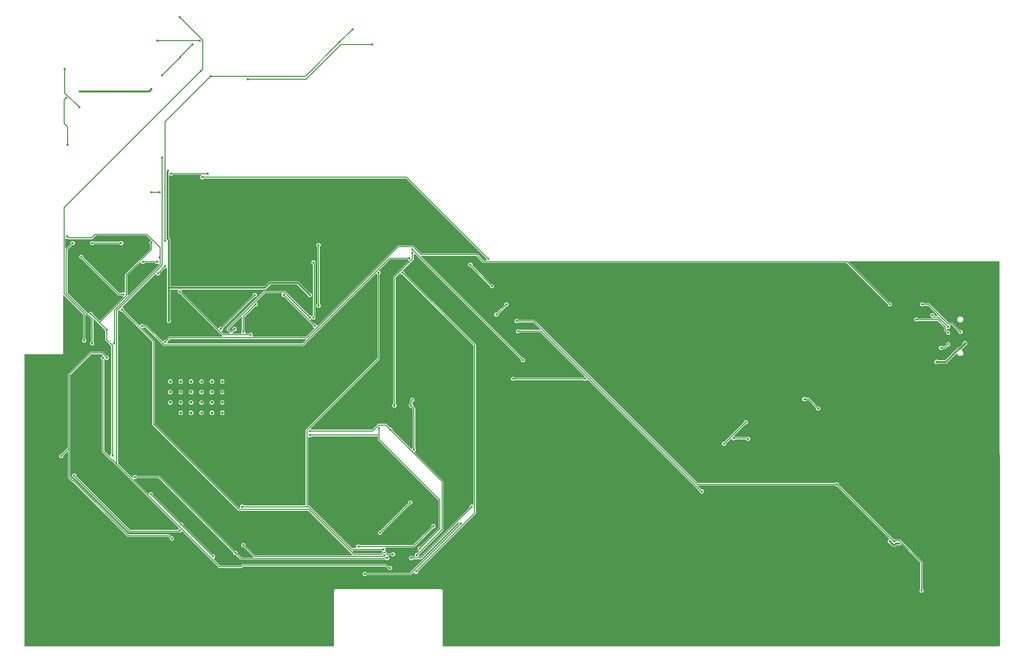
<source format=gbr>
G04 EAGLE Gerber RS-274X export*
G75*
%MOMM*%
%FSLAX34Y34*%
%LPD*%
%INBottom Copper*%
%IPPOS*%
%AMOC8*
5,1,8,0,0,1.08239X$1,22.5*%
G01*
G04 Define Apertures*
%ADD10C,0.502400*%
%ADD11C,0.300000*%
%ADD12C,0.150000*%
%ADD13C,0.452400*%
G36*
X487331Y112080D02*
X487034Y112020D01*
X477402Y112020D01*
X477116Y112076D01*
X476864Y112243D01*
X473840Y115267D01*
X473682Y115498D01*
X473617Y115794D01*
X473672Y116092D01*
X473840Y116345D01*
X476032Y118537D01*
X476032Y120360D01*
X476088Y120646D01*
X476255Y120898D01*
X530352Y174995D01*
X530593Y175158D01*
X530890Y175218D01*
X532713Y175218D01*
X534782Y177287D01*
X534782Y180213D01*
X532713Y182282D01*
X529787Y182282D01*
X527718Y180213D01*
X527718Y178390D01*
X527662Y178104D01*
X527495Y177852D01*
X473398Y123755D01*
X473157Y123592D01*
X472860Y123532D01*
X471037Y123532D01*
X468845Y121340D01*
X468614Y121182D01*
X468318Y121117D01*
X468020Y121172D01*
X467767Y121340D01*
X405005Y184102D01*
X404842Y184343D01*
X404782Y184640D01*
X404782Y186463D01*
X404066Y187179D01*
X403913Y187399D01*
X403843Y187694D01*
X403894Y187993D01*
X404057Y188248D01*
X404307Y188420D01*
X404605Y188480D01*
X549897Y188480D01*
X558424Y197007D01*
X558666Y197170D01*
X558963Y197230D01*
X603537Y197230D01*
X603823Y197174D01*
X604076Y197007D01*
X622495Y178588D01*
X622658Y178346D01*
X622718Y178049D01*
X622718Y177287D01*
X624787Y175218D01*
X627713Y175218D01*
X629782Y177287D01*
X629782Y180213D01*
X627713Y182282D01*
X626951Y182282D01*
X626665Y182338D01*
X626412Y182505D01*
X606147Y202770D01*
X556353Y202770D01*
X547826Y194243D01*
X547584Y194080D01*
X547287Y194020D01*
X386032Y194020D01*
X385757Y194071D01*
X385502Y194235D01*
X385330Y194485D01*
X385270Y194782D01*
X385270Y274897D01*
X382993Y277174D01*
X382830Y277416D01*
X382770Y277713D01*
X382770Y385395D01*
X382817Y385659D01*
X382976Y385917D01*
X383224Y386092D01*
X383520Y386157D01*
X383818Y386102D01*
X384071Y385934D01*
X384787Y385218D01*
X387713Y385218D01*
X389002Y386507D01*
X389243Y386670D01*
X389541Y386730D01*
X437395Y386730D01*
X437659Y386683D01*
X437917Y386524D01*
X438092Y386276D01*
X438157Y385980D01*
X438102Y385682D01*
X437934Y385429D01*
X436468Y383963D01*
X436468Y381037D01*
X438537Y378968D01*
X441463Y378968D01*
X442752Y380257D01*
X442993Y380420D01*
X443291Y380480D01*
X792598Y380480D01*
X792884Y380424D01*
X793136Y380257D01*
X931245Y242148D01*
X931408Y241907D01*
X931468Y241610D01*
X931468Y239787D01*
X931684Y239571D01*
X931837Y239351D01*
X931907Y239056D01*
X931856Y238757D01*
X931693Y238502D01*
X931443Y238330D01*
X931145Y238270D01*
X927402Y238270D01*
X927116Y238326D01*
X926864Y238493D01*
X920993Y244364D01*
X920830Y244605D01*
X920770Y244902D01*
X920770Y245837D01*
X915837Y250770D01*
X819902Y250770D01*
X819616Y250826D01*
X819364Y250993D01*
X805837Y264520D01*
X777913Y264520D01*
X639733Y126340D01*
X639503Y126182D01*
X639206Y126117D01*
X638908Y126172D01*
X638655Y126340D01*
X636463Y128532D01*
X634640Y128532D01*
X634354Y128588D01*
X634102Y128755D01*
X627590Y135267D01*
X627432Y135498D01*
X627367Y135794D01*
X627422Y136092D01*
X627590Y136345D01*
X628836Y137591D01*
X629067Y137749D01*
X629363Y137814D01*
X629661Y137759D01*
X629914Y137591D01*
X631037Y136468D01*
X633963Y136468D01*
X636032Y138537D01*
X636032Y141463D01*
X635993Y141502D01*
X635830Y141743D01*
X635770Y142041D01*
X635770Y232959D01*
X635826Y233245D01*
X635993Y233498D01*
X636032Y233537D01*
X636032Y236463D01*
X633963Y238532D01*
X631037Y238532D01*
X628968Y236463D01*
X628968Y233537D01*
X631053Y231452D01*
X631243Y231417D01*
X631498Y231253D01*
X631670Y231003D01*
X631730Y230706D01*
X631730Y144294D01*
X631679Y144019D01*
X631515Y143764D01*
X631265Y143592D01*
X631055Y143550D01*
X629914Y142409D01*
X629683Y142251D01*
X629387Y142186D01*
X629089Y142241D01*
X628836Y142409D01*
X627713Y143532D01*
X625890Y143532D01*
X625604Y143588D01*
X625352Y143755D01*
X583337Y185770D01*
X546663Y185770D01*
X482980Y122087D01*
X482980Y117913D01*
X487572Y113321D01*
X487725Y113101D01*
X487795Y112806D01*
X487744Y112507D01*
X487581Y112252D01*
X487331Y112080D01*
G37*
%LPC*%
G36*
X639787Y156468D02*
X642713Y156468D01*
X644782Y158537D01*
X644782Y161463D01*
X643493Y162752D01*
X643330Y162993D01*
X643270Y163291D01*
X643270Y261709D01*
X643326Y261995D01*
X643493Y262248D01*
X644782Y263537D01*
X644782Y266463D01*
X642713Y268532D01*
X639787Y268532D01*
X637718Y266463D01*
X637718Y263537D01*
X639007Y262248D01*
X639170Y262007D01*
X639230Y261709D01*
X639230Y163291D01*
X639174Y163005D01*
X639007Y162752D01*
X637718Y161463D01*
X637718Y158537D01*
X639787Y156468D01*
G37*
%LPD*%
G36*
X262808Y134488D02*
X262512Y134422D01*
X262214Y134478D01*
X261961Y134646D01*
X251255Y145352D01*
X251092Y145593D01*
X251032Y145890D01*
X251032Y147713D01*
X248963Y149782D01*
X246037Y149782D01*
X243845Y147590D01*
X243614Y147432D01*
X243318Y147367D01*
X243020Y147422D01*
X242767Y147590D01*
X207243Y183114D01*
X207080Y183355D01*
X207020Y183652D01*
X207020Y256348D01*
X207076Y256634D01*
X207243Y256886D01*
X215352Y264995D01*
X215593Y265158D01*
X215890Y265218D01*
X217713Y265218D01*
X219782Y267287D01*
X219782Y270213D01*
X217713Y272282D01*
X214787Y272282D01*
X212718Y270213D01*
X212718Y268390D01*
X212662Y268104D01*
X212495Y267852D01*
X204571Y259928D01*
X204351Y259775D01*
X204056Y259705D01*
X203757Y259756D01*
X203502Y259919D01*
X203330Y260169D01*
X203270Y260466D01*
X203270Y276145D01*
X203317Y276409D01*
X203476Y276667D01*
X203724Y276842D01*
X204020Y276907D01*
X204318Y276852D01*
X204571Y276684D01*
X204787Y276468D01*
X206610Y276468D01*
X206896Y276412D01*
X207148Y276245D01*
X207913Y275480D01*
X249587Y275480D01*
X255614Y281507D01*
X255855Y281670D01*
X256152Y281730D01*
X343848Y281730D01*
X344134Y281674D01*
X344386Y281507D01*
X351160Y274733D01*
X351318Y274503D01*
X351383Y274206D01*
X351328Y273908D01*
X351160Y273655D01*
X348968Y271463D01*
X348968Y268537D01*
X350257Y267248D01*
X350420Y267007D01*
X350480Y266709D01*
X350480Y258652D01*
X350424Y258366D01*
X350257Y258114D01*
X306730Y214587D01*
X306730Y183855D01*
X306683Y183591D01*
X306524Y183333D01*
X306276Y183158D01*
X305980Y183093D01*
X305682Y183148D01*
X305429Y183316D01*
X305213Y183532D01*
X302287Y183532D01*
X300998Y182243D01*
X300757Y182080D01*
X300459Y182020D01*
X297402Y182020D01*
X297116Y182076D01*
X296864Y182243D01*
X235005Y244102D01*
X234842Y244343D01*
X234782Y244640D01*
X234782Y246463D01*
X232713Y248532D01*
X229787Y248532D01*
X227718Y246463D01*
X227718Y243537D01*
X229787Y241468D01*
X231610Y241468D01*
X231896Y241412D01*
X232148Y241245D01*
X295413Y177980D01*
X300459Y177980D01*
X300745Y177924D01*
X300998Y177757D01*
X302287Y176468D01*
X303022Y176468D01*
X303285Y176421D01*
X303543Y176262D01*
X303718Y176014D01*
X303784Y175718D01*
X303728Y175420D01*
X303560Y175167D01*
X263039Y134646D01*
X262808Y134488D01*
G37*
%LPC*%
G36*
X248537Y265218D02*
X251463Y265218D01*
X252752Y266507D01*
X252993Y266670D01*
X253291Y266730D01*
X296709Y266730D01*
X296995Y266674D01*
X297248Y266507D01*
X298537Y265218D01*
X301463Y265218D01*
X303532Y267287D01*
X303532Y270213D01*
X301463Y272282D01*
X298537Y272282D01*
X297248Y270993D01*
X297007Y270830D01*
X296709Y270770D01*
X253291Y270770D01*
X253005Y270826D01*
X252752Y270993D01*
X251463Y272282D01*
X248537Y272282D01*
X246468Y270213D01*
X246468Y267287D01*
X248537Y265218D01*
G37*
%LPD*%
G36*
X667773Y-428894D02*
X667476Y-428954D01*
X133524Y-428954D01*
X133249Y-428903D01*
X132994Y-428739D01*
X132822Y-428489D01*
X132762Y-428192D01*
X132762Y75476D01*
X132813Y75751D01*
X132977Y76006D01*
X133227Y76178D01*
X133524Y76238D01*
X198144Y76238D01*
X199762Y77856D01*
X199762Y178042D01*
X199809Y178305D01*
X199968Y178563D01*
X200216Y178738D01*
X200512Y178804D01*
X200810Y178748D01*
X201063Y178580D01*
X234007Y145636D01*
X234170Y145395D01*
X234230Y145098D01*
X234230Y103291D01*
X234174Y103005D01*
X234007Y102752D01*
X232718Y101463D01*
X232718Y98537D01*
X234787Y96468D01*
X237713Y96468D01*
X239782Y98537D01*
X239782Y101463D01*
X238493Y102752D01*
X238330Y102993D01*
X238270Y103291D01*
X238270Y144534D01*
X238317Y144797D01*
X238476Y145055D01*
X238724Y145230D01*
X239020Y145296D01*
X239318Y145240D01*
X239571Y145072D01*
X247757Y136886D01*
X247920Y136645D01*
X247980Y136348D01*
X247980Y98291D01*
X247924Y98005D01*
X247757Y97752D01*
X246468Y96463D01*
X246468Y93537D01*
X248537Y91468D01*
X251463Y91468D01*
X253532Y93537D01*
X253532Y96463D01*
X252243Y97752D01*
X252080Y97993D01*
X252020Y98291D01*
X252020Y137034D01*
X252067Y137297D01*
X252226Y137555D01*
X252474Y137730D01*
X252770Y137796D01*
X253068Y137740D01*
X253321Y137572D01*
X271245Y119648D01*
X271408Y119407D01*
X271468Y119110D01*
X271468Y117287D01*
X272757Y115998D01*
X272920Y115757D01*
X272980Y115459D01*
X272980Y100413D01*
X282757Y90636D01*
X282920Y90395D01*
X282980Y90098D01*
X282980Y-95459D01*
X282924Y-95745D01*
X282757Y-95998D01*
X281468Y-97287D01*
X281468Y-99272D01*
X281421Y-99535D01*
X281262Y-99793D01*
X281014Y-99968D01*
X280718Y-100034D01*
X280420Y-99978D01*
X280167Y-99810D01*
X270993Y-90636D01*
X270830Y-90395D01*
X270770Y-90098D01*
X270770Y66709D01*
X270826Y66995D01*
X270993Y67248D01*
X271336Y67591D01*
X271567Y67749D01*
X271863Y67814D01*
X272161Y67759D01*
X272414Y67591D01*
X273537Y66468D01*
X276463Y66468D01*
X278532Y68537D01*
X278532Y71463D01*
X276463Y73532D01*
X275890Y73532D01*
X275604Y73588D01*
X275352Y73755D01*
X268337Y80770D01*
X246663Y80770D01*
X207980Y42087D01*
X207980Y-85098D01*
X207924Y-85384D01*
X207757Y-85636D01*
X197148Y-96245D01*
X196907Y-96408D01*
X196610Y-96468D01*
X194787Y-96468D01*
X192718Y-98537D01*
X192718Y-101463D01*
X194787Y-103532D01*
X197713Y-103532D01*
X199782Y-101463D01*
X199782Y-99640D01*
X199838Y-99354D01*
X200005Y-99102D01*
X206679Y-92428D01*
X206899Y-92275D01*
X207194Y-92205D01*
X207493Y-92256D01*
X207748Y-92419D01*
X207920Y-92669D01*
X207980Y-92966D01*
X207980Y-137087D01*
X215413Y-144520D01*
X216348Y-144520D01*
X216634Y-144576D01*
X216886Y-144743D01*
X311663Y-239520D01*
X381348Y-239520D01*
X381634Y-239576D01*
X381886Y-239743D01*
X383745Y-241602D01*
X383908Y-241843D01*
X383968Y-242140D01*
X383968Y-243963D01*
X386037Y-246032D01*
X388963Y-246032D01*
X391032Y-243963D01*
X391032Y-241037D01*
X388963Y-238968D01*
X387140Y-238968D01*
X386854Y-238912D01*
X386602Y-238745D01*
X383337Y-235480D01*
X313652Y-235480D01*
X313366Y-235424D01*
X313114Y-235257D01*
X218337Y-140480D01*
X217402Y-140480D01*
X217116Y-140424D01*
X216864Y-140257D01*
X212243Y-135636D01*
X212080Y-135395D01*
X212020Y-135098D01*
X212020Y40098D01*
X212076Y40384D01*
X212243Y40636D01*
X248114Y76507D01*
X248355Y76670D01*
X248652Y76730D01*
X266348Y76730D01*
X266634Y76674D01*
X266886Y76507D01*
X268560Y74833D01*
X268713Y74613D01*
X268783Y74318D01*
X268732Y74019D01*
X268569Y73764D01*
X268319Y73592D01*
X268022Y73532D01*
X267287Y73532D01*
X265218Y71463D01*
X265218Y68537D01*
X266507Y67248D01*
X266670Y67007D01*
X266730Y66709D01*
X266730Y-92087D01*
X282913Y-108270D01*
X283848Y-108270D01*
X284134Y-108326D01*
X284386Y-108493D01*
X399910Y-224017D01*
X400068Y-224248D01*
X400133Y-224544D01*
X400078Y-224842D01*
X399910Y-225095D01*
X397702Y-227303D01*
X397667Y-227493D01*
X397503Y-227748D01*
X397253Y-227920D01*
X396956Y-227980D01*
X316152Y-227980D01*
X315866Y-227924D01*
X315614Y-227757D01*
X222505Y-134648D01*
X222342Y-134407D01*
X222282Y-134110D01*
X222282Y-132287D01*
X220213Y-130218D01*
X217287Y-130218D01*
X215218Y-132287D01*
X215218Y-135213D01*
X217287Y-137282D01*
X219110Y-137282D01*
X219396Y-137338D01*
X219648Y-137505D01*
X314163Y-232020D01*
X399209Y-232020D01*
X399495Y-232076D01*
X399748Y-232243D01*
X399787Y-232282D01*
X402713Y-232282D01*
X404905Y-230090D01*
X405136Y-229932D01*
X405432Y-229867D01*
X405730Y-229922D01*
X405983Y-230090D01*
X469163Y-293270D01*
X508337Y-293270D01*
X510614Y-290993D01*
X510855Y-290830D01*
X511152Y-290770D01*
X756348Y-290770D01*
X756634Y-290826D01*
X756886Y-290993D01*
X761663Y-295770D01*
X761709Y-295770D01*
X761995Y-295826D01*
X762248Y-295993D01*
X763537Y-297282D01*
X766463Y-297282D01*
X768532Y-295213D01*
X768532Y-292287D01*
X766463Y-290218D01*
X763537Y-290218D01*
X763220Y-290535D01*
X762989Y-290693D01*
X762693Y-290758D01*
X762395Y-290703D01*
X762142Y-290535D01*
X758337Y-286730D01*
X509163Y-286730D01*
X506886Y-289007D01*
X506645Y-289170D01*
X506348Y-289230D01*
X471152Y-289230D01*
X470866Y-289174D01*
X470614Y-289007D01*
X460090Y-278483D01*
X459932Y-278253D01*
X459867Y-277956D01*
X459922Y-277658D01*
X460090Y-277405D01*
X462282Y-275213D01*
X462282Y-272287D01*
X460213Y-270218D01*
X458390Y-270218D01*
X458104Y-270162D01*
X457852Y-269995D01*
X407505Y-219648D01*
X407342Y-219407D01*
X407282Y-219110D01*
X407282Y-217287D01*
X405213Y-215218D01*
X403390Y-215218D01*
X403104Y-215162D01*
X402852Y-214995D01*
X355005Y-167148D01*
X354842Y-166907D01*
X354782Y-166610D01*
X354782Y-164787D01*
X352713Y-162718D01*
X349787Y-162718D01*
X347595Y-164910D01*
X347364Y-165068D01*
X347068Y-165133D01*
X346770Y-165078D01*
X346517Y-164910D01*
X322690Y-141083D01*
X322537Y-140863D01*
X322467Y-140568D01*
X322518Y-140269D01*
X322681Y-140014D01*
X322931Y-139842D01*
X323228Y-139782D01*
X325213Y-139782D01*
X326502Y-138493D01*
X326743Y-138330D01*
X327041Y-138270D01*
X365098Y-138270D01*
X365384Y-138326D01*
X365636Y-138493D01*
X493745Y-266602D01*
X493908Y-266843D01*
X493968Y-267140D01*
X493968Y-268963D01*
X496037Y-271032D01*
X497860Y-271032D01*
X498146Y-271088D01*
X498398Y-271255D01*
X506663Y-279520D01*
X754587Y-279520D01*
X755614Y-278493D01*
X755855Y-278330D01*
X756152Y-278270D01*
X756709Y-278270D01*
X756995Y-278326D01*
X757248Y-278493D01*
X758537Y-279782D01*
X761463Y-279782D01*
X763532Y-277713D01*
X763532Y-274787D01*
X762066Y-273321D01*
X761913Y-273101D01*
X761843Y-272806D01*
X761894Y-272507D01*
X762057Y-272252D01*
X762307Y-272080D01*
X762605Y-272020D01*
X766709Y-272020D01*
X766995Y-272076D01*
X767248Y-272243D01*
X768537Y-273532D01*
X771463Y-273532D01*
X773532Y-271463D01*
X773532Y-268537D01*
X771463Y-266468D01*
X768537Y-266468D01*
X767248Y-267757D01*
X767007Y-267920D01*
X766709Y-267980D01*
X761152Y-267980D01*
X760866Y-267924D01*
X760614Y-267757D01*
X756965Y-264108D01*
X756807Y-263878D01*
X756742Y-263581D01*
X756797Y-263283D01*
X756965Y-263030D01*
X757282Y-262713D01*
X757282Y-259787D01*
X757066Y-259571D01*
X756913Y-259351D01*
X756843Y-259056D01*
X756894Y-258757D01*
X757057Y-258502D01*
X757307Y-258330D01*
X757605Y-258270D01*
X805837Y-258270D01*
X839102Y-225005D01*
X839343Y-224842D01*
X839640Y-224782D01*
X841463Y-224782D01*
X843532Y-222713D01*
X843532Y-219787D01*
X841463Y-217718D01*
X838537Y-217718D01*
X836468Y-219787D01*
X836468Y-221610D01*
X836412Y-221896D01*
X836245Y-222148D01*
X804386Y-254007D01*
X804145Y-254170D01*
X803848Y-254230D01*
X713291Y-254230D01*
X713005Y-254174D01*
X712752Y-254007D01*
X711463Y-252718D01*
X708537Y-252718D01*
X706468Y-254787D01*
X706468Y-257713D01*
X706684Y-257929D01*
X706837Y-258149D01*
X706907Y-258444D01*
X706856Y-258743D01*
X706693Y-258998D01*
X706443Y-259170D01*
X706145Y-259230D01*
X699902Y-259230D01*
X699616Y-259174D01*
X699364Y-259007D01*
X625837Y-185480D01*
X624032Y-185480D01*
X623757Y-185429D01*
X623502Y-185265D01*
X623330Y-185015D01*
X623270Y-184718D01*
X623270Y-67605D01*
X623317Y-67341D01*
X623476Y-67083D01*
X623724Y-66908D01*
X624020Y-66843D01*
X624318Y-66898D01*
X624571Y-67066D01*
X624787Y-67282D01*
X627713Y-67282D01*
X629002Y-65993D01*
X629243Y-65830D01*
X629541Y-65770D01*
X743468Y-65770D01*
X743743Y-65821D01*
X743998Y-65985D01*
X744170Y-66235D01*
X744230Y-66532D01*
X744230Y-72087D01*
X849007Y-176864D01*
X849170Y-177105D01*
X849230Y-177402D01*
X849230Y-223848D01*
X849174Y-224134D01*
X849007Y-224386D01*
X817148Y-256245D01*
X816907Y-256408D01*
X816610Y-256468D01*
X814787Y-256468D01*
X812718Y-258537D01*
X812718Y-261463D01*
X814910Y-263655D01*
X815068Y-263886D01*
X815133Y-264182D01*
X815078Y-264480D01*
X814910Y-264733D01*
X812148Y-267495D01*
X811907Y-267658D01*
X811610Y-267718D01*
X809787Y-267718D01*
X807718Y-269787D01*
X807718Y-272713D01*
X807934Y-272929D01*
X808087Y-273149D01*
X808157Y-273444D01*
X808106Y-273743D01*
X807943Y-273998D01*
X807693Y-274170D01*
X807395Y-274230D01*
X804541Y-274230D01*
X804255Y-274174D01*
X804002Y-274007D01*
X802713Y-272718D01*
X799787Y-272718D01*
X797718Y-274787D01*
X797718Y-277713D01*
X799787Y-279782D01*
X802713Y-279782D01*
X804002Y-278493D01*
X804243Y-278330D01*
X804541Y-278270D01*
X818337Y-278270D01*
X882667Y-213940D01*
X882887Y-213787D01*
X883182Y-213717D01*
X883481Y-213768D01*
X883736Y-213931D01*
X883908Y-214181D01*
X883968Y-214478D01*
X883968Y-216610D01*
X883912Y-216896D01*
X883745Y-217148D01*
X799386Y-301507D01*
X799145Y-301670D01*
X798848Y-301730D01*
X724541Y-301730D01*
X724255Y-301674D01*
X724002Y-301507D01*
X722713Y-300218D01*
X719787Y-300218D01*
X717718Y-302287D01*
X717718Y-305213D01*
X719787Y-307282D01*
X722713Y-307282D01*
X724002Y-305993D01*
X724243Y-305830D01*
X724541Y-305770D01*
X800837Y-305770D01*
X805267Y-301340D01*
X805498Y-301182D01*
X805794Y-301117D01*
X806092Y-301172D01*
X806345Y-301340D01*
X808537Y-303532D01*
X811463Y-303532D01*
X813532Y-301463D01*
X813532Y-299640D01*
X813588Y-299354D01*
X813755Y-299102D01*
X913270Y-199587D01*
X913270Y93337D01*
X790005Y216602D01*
X789842Y216843D01*
X789782Y217140D01*
X789782Y218963D01*
X787590Y221155D01*
X787432Y221386D01*
X787367Y221682D01*
X787422Y221980D01*
X787590Y222233D01*
X805770Y240413D01*
X805770Y247959D01*
X805826Y248245D01*
X805993Y248498D01*
X807405Y249910D01*
X807636Y250068D01*
X807932Y250133D01*
X808230Y250078D01*
X808483Y249910D01*
X991245Y67148D01*
X991408Y66907D01*
X991468Y66610D01*
X991468Y64787D01*
X993537Y62718D01*
X996463Y62718D01*
X998532Y64787D01*
X998532Y67713D01*
X996463Y69782D01*
X994640Y69782D01*
X994354Y69838D01*
X994102Y70005D01*
X818678Y245429D01*
X818525Y245649D01*
X818455Y245944D01*
X818506Y246243D01*
X818669Y246498D01*
X818919Y246670D01*
X819216Y246730D01*
X913848Y246730D01*
X914134Y246674D01*
X914386Y246507D01*
X916507Y244386D01*
X916670Y244145D01*
X916730Y243848D01*
X916730Y242913D01*
X925413Y234230D01*
X1553848Y234230D01*
X1554134Y234174D01*
X1554386Y234007D01*
X1624995Y163398D01*
X1625158Y163157D01*
X1625218Y162860D01*
X1625218Y161037D01*
X1627287Y158968D01*
X1630213Y158968D01*
X1632282Y161037D01*
X1632282Y163963D01*
X1630213Y166032D01*
X1628390Y166032D01*
X1628104Y166088D01*
X1627852Y166255D01*
X1558170Y235937D01*
X1558017Y236157D01*
X1557947Y236452D01*
X1557998Y236751D01*
X1558161Y237006D01*
X1558411Y237178D01*
X1558708Y237238D01*
X1817476Y237238D01*
X1817751Y237187D01*
X1818006Y237023D01*
X1818178Y236773D01*
X1818238Y236476D01*
X1818238Y-96144D01*
X1819015Y-96921D01*
X1819178Y-97162D01*
X1819238Y-97460D01*
X1819238Y-428192D01*
X1819187Y-428467D01*
X1819023Y-428722D01*
X1818773Y-428894D01*
X1818476Y-428954D01*
X856524Y-428954D01*
X856249Y-428903D01*
X855994Y-428739D01*
X855822Y-428489D01*
X855762Y-428192D01*
X855762Y-331856D01*
X854144Y-330238D01*
X669856Y-330238D01*
X668238Y-331856D01*
X668238Y-428192D01*
X668187Y-428467D01*
X668023Y-428722D01*
X667773Y-428894D01*
G37*
%LPC*%
G36*
X939787Y190218D02*
X942713Y190218D01*
X944782Y192287D01*
X944782Y195213D01*
X942713Y197282D01*
X940890Y197282D01*
X940604Y197338D01*
X940352Y197505D01*
X907505Y230352D01*
X907342Y230593D01*
X907282Y230890D01*
X907282Y232713D01*
X905213Y234782D01*
X902287Y234782D01*
X900218Y232713D01*
X900218Y229787D01*
X902287Y227718D01*
X904110Y227718D01*
X904396Y227662D01*
X904648Y227495D01*
X937495Y194648D01*
X937658Y194407D01*
X937718Y194110D01*
X937718Y192287D01*
X939787Y190218D01*
G37*
G36*
X1728537Y110218D02*
X1731463Y110218D01*
X1733532Y112287D01*
X1733532Y115213D01*
X1731463Y117282D01*
X1729640Y117282D01*
X1729354Y117338D01*
X1729102Y117505D01*
X1727690Y118917D01*
X1727537Y119137D01*
X1727467Y119432D01*
X1727518Y119731D01*
X1727681Y119986D01*
X1727931Y120158D01*
X1728228Y120218D01*
X1731463Y120218D01*
X1733532Y122287D01*
X1733532Y125213D01*
X1733316Y125429D01*
X1733163Y125649D01*
X1733093Y125944D01*
X1733144Y126243D01*
X1733307Y126498D01*
X1733557Y126670D01*
X1733855Y126730D01*
X1736348Y126730D01*
X1736634Y126674D01*
X1736886Y126507D01*
X1747495Y115898D01*
X1747658Y115657D01*
X1747718Y115360D01*
X1747718Y113537D01*
X1749787Y111468D01*
X1752713Y111468D01*
X1754782Y113537D01*
X1754782Y116463D01*
X1752713Y118532D01*
X1750890Y118532D01*
X1750604Y118588D01*
X1750352Y118755D01*
X1738337Y130770D01*
X1731152Y130770D01*
X1730866Y130826D01*
X1730614Y130993D01*
X1697087Y164520D01*
X1688291Y164520D01*
X1688005Y164576D01*
X1687752Y164743D01*
X1686463Y166032D01*
X1683537Y166032D01*
X1681468Y163963D01*
X1681468Y161037D01*
X1683537Y158968D01*
X1686463Y158968D01*
X1687752Y160257D01*
X1687993Y160420D01*
X1688291Y160480D01*
X1695098Y160480D01*
X1695384Y160424D01*
X1695636Y160257D01*
X1712572Y143321D01*
X1712725Y143101D01*
X1712795Y142806D01*
X1712744Y142507D01*
X1712581Y142252D01*
X1712331Y142080D01*
X1712034Y142020D01*
X1707402Y142020D01*
X1707116Y142076D01*
X1706864Y142243D01*
X1706255Y142852D01*
X1706092Y143093D01*
X1706032Y143390D01*
X1706032Y145213D01*
X1703963Y147282D01*
X1701037Y147282D01*
X1698968Y145213D01*
X1698968Y142287D01*
X1701037Y140218D01*
X1702860Y140218D01*
X1703146Y140162D01*
X1703398Y139995D01*
X1703822Y139571D01*
X1703975Y139351D01*
X1704045Y139056D01*
X1703994Y138757D01*
X1703831Y138502D01*
X1703581Y138330D01*
X1703284Y138270D01*
X1678291Y138270D01*
X1678005Y138326D01*
X1677752Y138493D01*
X1676463Y139782D01*
X1673537Y139782D01*
X1671468Y137713D01*
X1671468Y134787D01*
X1673537Y132718D01*
X1676463Y132718D01*
X1677752Y134007D01*
X1677993Y134170D01*
X1678291Y134230D01*
X1711348Y134230D01*
X1711634Y134174D01*
X1711886Y134007D01*
X1722757Y123136D01*
X1722920Y122895D01*
X1722980Y122598D01*
X1722980Y117913D01*
X1726245Y114648D01*
X1726408Y114407D01*
X1726468Y114110D01*
X1726468Y112287D01*
X1728537Y110218D01*
G37*
G36*
X947287Y141468D02*
X950213Y141468D01*
X952282Y143537D01*
X952282Y145360D01*
X952338Y145646D01*
X952505Y145898D01*
X965352Y158745D01*
X965593Y158908D01*
X965890Y158968D01*
X967713Y158968D01*
X969782Y161037D01*
X969782Y163963D01*
X967713Y166032D01*
X964787Y166032D01*
X962718Y163963D01*
X962718Y162140D01*
X962662Y161854D01*
X962495Y161602D01*
X949648Y148755D01*
X949407Y148592D01*
X949110Y148532D01*
X947287Y148532D01*
X945218Y146463D01*
X945218Y143537D01*
X947287Y141468D01*
G37*
G36*
X1748695Y131250D02*
X1753045Y131250D01*
X1756120Y134325D01*
X1756120Y138675D01*
X1753045Y141750D01*
X1748695Y141750D01*
X1745620Y138675D01*
X1745620Y134325D01*
X1748695Y131250D01*
G37*
G36*
X1682287Y-336032D02*
X1685213Y-336032D01*
X1687282Y-333963D01*
X1687282Y-331037D01*
X1685993Y-329748D01*
X1685830Y-329507D01*
X1685770Y-329209D01*
X1685770Y-282913D01*
X1647087Y-244230D01*
X1638291Y-244230D01*
X1638005Y-244174D01*
X1637752Y-244007D01*
X1637713Y-243968D01*
X1635890Y-243968D01*
X1635604Y-243912D01*
X1635352Y-243745D01*
X1541255Y-149648D01*
X1541092Y-149407D01*
X1541032Y-149110D01*
X1541032Y-147287D01*
X1538963Y-145218D01*
X1536037Y-145218D01*
X1534748Y-146507D01*
X1534507Y-146670D01*
X1534209Y-146730D01*
X1297402Y-146730D01*
X1297116Y-146674D01*
X1296864Y-146507D01*
X1014587Y135770D01*
X987041Y135770D01*
X986755Y135826D01*
X986502Y135993D01*
X985213Y137282D01*
X982287Y137282D01*
X980218Y135213D01*
X980218Y132287D01*
X982287Y130218D01*
X985213Y130218D01*
X986502Y131507D01*
X986743Y131670D01*
X987041Y131730D01*
X1012598Y131730D01*
X1012884Y131674D01*
X1013136Y131507D01*
X1025072Y119571D01*
X1025225Y119351D01*
X1025295Y119056D01*
X1025244Y118757D01*
X1025081Y118502D01*
X1024831Y118330D01*
X1024534Y118270D01*
X989541Y118270D01*
X989255Y118326D01*
X989002Y118493D01*
X987713Y119782D01*
X984787Y119782D01*
X982718Y117713D01*
X982718Y114787D01*
X984787Y112718D01*
X987713Y112718D01*
X989002Y114007D01*
X989243Y114170D01*
X989541Y114230D01*
X1025098Y114230D01*
X1025384Y114174D01*
X1025636Y114007D01*
X1101160Y38483D01*
X1101318Y38253D01*
X1101383Y37956D01*
X1101328Y37658D01*
X1101160Y37405D01*
X1099748Y35993D01*
X1099507Y35830D01*
X1099209Y35770D01*
X980791Y35770D01*
X980505Y35826D01*
X980252Y35993D01*
X978963Y37282D01*
X976037Y37282D01*
X973968Y35213D01*
X973968Y32287D01*
X976037Y30218D01*
X978963Y30218D01*
X980252Y31507D01*
X980493Y31670D01*
X980791Y31730D01*
X1099209Y31730D01*
X1099495Y31674D01*
X1099748Y31507D01*
X1101037Y30218D01*
X1103963Y30218D01*
X1106155Y32410D01*
X1106386Y32568D01*
X1106682Y32633D01*
X1106980Y32578D01*
X1107233Y32410D01*
X1299995Y-160352D01*
X1300158Y-160593D01*
X1300218Y-160890D01*
X1300218Y-162713D01*
X1302287Y-164782D01*
X1305213Y-164782D01*
X1307282Y-162713D01*
X1307282Y-159787D01*
X1305213Y-157718D01*
X1303390Y-157718D01*
X1303104Y-157662D01*
X1302852Y-157495D01*
X1297428Y-152071D01*
X1297275Y-151851D01*
X1297205Y-151556D01*
X1297256Y-151257D01*
X1297419Y-151002D01*
X1297669Y-150830D01*
X1297966Y-150770D01*
X1534209Y-150770D01*
X1534495Y-150826D01*
X1534748Y-150993D01*
X1536037Y-152282D01*
X1537860Y-152282D01*
X1538146Y-152338D01*
X1538398Y-152505D01*
X1628560Y-242667D01*
X1628713Y-242887D01*
X1628783Y-243182D01*
X1628732Y-243481D01*
X1628569Y-243736D01*
X1628319Y-243908D01*
X1628022Y-243968D01*
X1627287Y-243968D01*
X1625218Y-246037D01*
X1625218Y-248963D01*
X1627287Y-251032D01*
X1628049Y-251032D01*
X1628335Y-251088D01*
X1628588Y-251255D01*
X1633853Y-256520D01*
X1638647Y-256520D01*
X1640924Y-254243D01*
X1641166Y-254080D01*
X1641463Y-254020D01*
X1642459Y-254020D01*
X1642745Y-254076D01*
X1642998Y-254243D01*
X1643537Y-254782D01*
X1646463Y-254782D01*
X1648655Y-252590D01*
X1648886Y-252432D01*
X1649182Y-252367D01*
X1649480Y-252422D01*
X1649733Y-252590D01*
X1681507Y-284364D01*
X1681670Y-284605D01*
X1681730Y-284902D01*
X1681730Y-329209D01*
X1681674Y-329495D01*
X1681507Y-329748D01*
X1680218Y-331037D01*
X1680218Y-333963D01*
X1682287Y-336032D01*
G37*
G36*
X1708433Y59218D02*
X1711567Y59218D01*
X1712355Y60007D01*
X1712597Y60170D01*
X1712894Y60230D01*
X1726771Y60230D01*
X1744319Y77778D01*
X1744539Y77931D01*
X1744834Y78001D01*
X1745133Y77950D01*
X1745388Y77786D01*
X1745560Y77536D01*
X1745620Y77239D01*
X1745620Y76525D01*
X1748695Y73450D01*
X1753045Y73450D01*
X1756120Y76525D01*
X1756120Y80875D01*
X1753495Y83500D01*
X1753337Y83730D01*
X1753272Y84026D01*
X1753327Y84325D01*
X1753495Y84577D01*
X1759912Y90995D01*
X1760154Y91158D01*
X1760451Y91218D01*
X1760567Y91218D01*
X1762782Y93433D01*
X1762782Y96567D01*
X1760567Y98782D01*
X1757433Y98782D01*
X1755218Y96567D01*
X1755218Y94451D01*
X1755162Y94165D01*
X1754995Y93912D01*
X1749526Y88443D01*
X1749284Y88280D01*
X1748987Y88220D01*
X1746927Y88220D01*
X1724700Y65993D01*
X1724458Y65830D01*
X1724161Y65770D01*
X1712894Y65770D01*
X1712608Y65826D01*
X1712355Y65993D01*
X1711567Y66782D01*
X1708433Y66782D01*
X1706218Y64567D01*
X1706218Y61433D01*
X1708433Y59218D01*
G37*
G36*
X1716037Y83968D02*
X1718963Y83968D01*
X1720252Y85257D01*
X1720493Y85420D01*
X1720791Y85480D01*
X1724587Y85480D01*
X1729102Y89995D01*
X1729343Y90158D01*
X1729640Y90218D01*
X1731463Y90218D01*
X1733532Y92287D01*
X1733532Y95213D01*
X1731463Y97282D01*
X1728537Y97282D01*
X1726468Y95213D01*
X1726468Y93390D01*
X1726412Y93104D01*
X1726245Y92852D01*
X1723136Y89743D01*
X1722895Y89580D01*
X1722598Y89520D01*
X1720791Y89520D01*
X1720505Y89576D01*
X1720252Y89743D01*
X1718963Y91032D01*
X1716037Y91032D01*
X1713968Y88963D01*
X1713968Y86037D01*
X1716037Y83968D01*
G37*
G36*
X1503537Y-21032D02*
X1506463Y-21032D01*
X1508532Y-18963D01*
X1508532Y-16037D01*
X1506463Y-13968D01*
X1504640Y-13968D01*
X1504354Y-13912D01*
X1504102Y-13745D01*
X1489587Y770D01*
X1484541Y770D01*
X1484255Y826D01*
X1484002Y993D01*
X1482713Y2282D01*
X1479787Y2282D01*
X1477718Y213D01*
X1477718Y-2713D01*
X1479787Y-4782D01*
X1482713Y-4782D01*
X1484002Y-3493D01*
X1484243Y-3330D01*
X1484541Y-3270D01*
X1487598Y-3270D01*
X1487884Y-3326D01*
X1488136Y-3493D01*
X1501245Y-16602D01*
X1501408Y-16843D01*
X1501468Y-17140D01*
X1501468Y-18963D01*
X1503537Y-21032D01*
G37*
G36*
X1341037Y-82282D02*
X1343963Y-82282D01*
X1346032Y-80213D01*
X1346032Y-78390D01*
X1346088Y-78104D01*
X1346255Y-77852D01*
X1354017Y-70090D01*
X1354248Y-69932D01*
X1354544Y-69867D01*
X1354842Y-69922D01*
X1355095Y-70090D01*
X1357287Y-72282D01*
X1360213Y-72282D01*
X1361502Y-70993D01*
X1361743Y-70830D01*
X1362041Y-70770D01*
X1379456Y-70770D01*
X1379731Y-70821D01*
X1379986Y-70985D01*
X1380158Y-71235D01*
X1380200Y-71445D01*
X1382287Y-73532D01*
X1385213Y-73532D01*
X1387282Y-71463D01*
X1387282Y-68537D01*
X1385213Y-66468D01*
X1382287Y-66468D01*
X1382248Y-66507D01*
X1382007Y-66670D01*
X1381709Y-66730D01*
X1362041Y-66730D01*
X1361755Y-66674D01*
X1361502Y-66507D01*
X1360090Y-65095D01*
X1359932Y-64864D01*
X1359867Y-64568D01*
X1359922Y-64270D01*
X1360090Y-64017D01*
X1379102Y-45005D01*
X1379343Y-44842D01*
X1379640Y-44782D01*
X1381463Y-44782D01*
X1383532Y-42713D01*
X1383532Y-39787D01*
X1381463Y-37718D01*
X1378537Y-37718D01*
X1376468Y-39787D01*
X1376468Y-41610D01*
X1376412Y-41896D01*
X1376245Y-42148D01*
X1343398Y-74995D01*
X1343157Y-75158D01*
X1342860Y-75218D01*
X1341037Y-75218D01*
X1338968Y-77287D01*
X1338968Y-80213D01*
X1341037Y-82282D01*
G37*
G36*
X746037Y-236032D02*
X748963Y-236032D01*
X751032Y-233963D01*
X751032Y-232140D01*
X751088Y-231854D01*
X751255Y-231602D01*
X799102Y-183755D01*
X799343Y-183592D01*
X799640Y-183532D01*
X801463Y-183532D01*
X803532Y-181463D01*
X803532Y-178537D01*
X801463Y-176468D01*
X798537Y-176468D01*
X796468Y-178537D01*
X796468Y-180360D01*
X796412Y-180646D01*
X796245Y-180898D01*
X748398Y-228745D01*
X748157Y-228908D01*
X747860Y-228968D01*
X746037Y-228968D01*
X743968Y-231037D01*
X743968Y-233963D01*
X746037Y-236032D01*
G37*
%LPD*%
G36*
X816645Y-274170D02*
X816348Y-274230D01*
X815105Y-274230D01*
X814841Y-274183D01*
X814583Y-274024D01*
X814408Y-273776D01*
X814343Y-273480D01*
X814398Y-273182D01*
X814566Y-272929D01*
X814782Y-272713D01*
X814782Y-270890D01*
X814838Y-270604D01*
X815005Y-270352D01*
X857020Y-228337D01*
X857020Y-142913D01*
X807590Y-93483D01*
X807432Y-93253D01*
X807367Y-92956D01*
X807422Y-92658D01*
X807590Y-92405D01*
X809782Y-90213D01*
X809782Y-87287D01*
X808493Y-85998D01*
X808330Y-85757D01*
X808270Y-85459D01*
X808270Y-16663D01*
X805005Y-13398D01*
X804842Y-13157D01*
X804782Y-12860D01*
X804782Y-11037D01*
X803493Y-9748D01*
X803330Y-9507D01*
X803270Y-9209D01*
X803270Y-6794D01*
X803321Y-6519D01*
X803485Y-6264D01*
X803735Y-6092D01*
X804032Y-6032D01*
X805213Y-6032D01*
X807282Y-3963D01*
X807282Y-1037D01*
X805213Y1032D01*
X802287Y1032D01*
X800218Y-1037D01*
X800218Y-2860D01*
X800162Y-3146D01*
X799995Y-3398D01*
X799230Y-4163D01*
X799230Y-9209D01*
X799174Y-9495D01*
X799007Y-9748D01*
X797718Y-11037D01*
X797718Y-13963D01*
X799787Y-16032D01*
X801610Y-16032D01*
X801896Y-16088D01*
X802148Y-16255D01*
X804007Y-18114D01*
X804170Y-18355D01*
X804230Y-18652D01*
X804230Y-85459D01*
X804174Y-85745D01*
X804007Y-85998D01*
X802595Y-87410D01*
X802364Y-87568D01*
X802068Y-87633D01*
X801770Y-87578D01*
X801517Y-87410D01*
X768755Y-54648D01*
X768592Y-54407D01*
X768532Y-54110D01*
X768532Y-52287D01*
X766463Y-50218D01*
X764640Y-50218D01*
X764354Y-50162D01*
X764102Y-49995D01*
X758337Y-44230D01*
X744163Y-44230D01*
X734386Y-54007D01*
X734145Y-54170D01*
X733848Y-54230D01*
X629541Y-54230D01*
X629255Y-54174D01*
X629002Y-54007D01*
X627590Y-52595D01*
X627432Y-52364D01*
X627367Y-52068D01*
X627422Y-51770D01*
X627590Y-51517D01*
X745614Y66507D01*
X747020Y67913D01*
X747020Y214209D01*
X747076Y214495D01*
X747243Y214748D01*
X748532Y216037D01*
X748532Y218963D01*
X746340Y221155D01*
X746182Y221386D01*
X746117Y221682D01*
X746172Y221980D01*
X746340Y222233D01*
X764364Y240257D01*
X764605Y240420D01*
X764902Y240480D01*
X795459Y240480D01*
X795745Y240424D01*
X795998Y240257D01*
X797410Y238845D01*
X797568Y238614D01*
X797633Y238318D01*
X797578Y238020D01*
X797410Y237767D01*
X770480Y210837D01*
X770480Y-9209D01*
X770424Y-9495D01*
X770257Y-9748D01*
X768968Y-11037D01*
X768968Y-13963D01*
X771037Y-16032D01*
X773963Y-16032D01*
X776032Y-13963D01*
X776032Y-11037D01*
X774743Y-9748D01*
X774580Y-9507D01*
X774520Y-9209D01*
X774520Y208848D01*
X774576Y209134D01*
X774743Y209386D01*
X781517Y216160D01*
X781748Y216318D01*
X782044Y216383D01*
X782342Y216328D01*
X782595Y216160D01*
X784787Y213968D01*
X786610Y213968D01*
X786896Y213912D01*
X787148Y213745D01*
X909007Y91886D01*
X909170Y91645D01*
X909230Y91348D01*
X909230Y-183645D01*
X909183Y-183909D01*
X909024Y-184167D01*
X908776Y-184342D01*
X908480Y-184407D01*
X908182Y-184352D01*
X907929Y-184184D01*
X907713Y-183968D01*
X904787Y-183968D01*
X902718Y-186037D01*
X902718Y-187860D01*
X902662Y-188146D01*
X902495Y-188398D01*
X816886Y-274007D01*
X816645Y-274170D01*
G37*
G36*
X311851Y178525D02*
X311556Y178455D01*
X311257Y178506D01*
X311002Y178669D01*
X310830Y178919D01*
X310770Y179216D01*
X310770Y212598D01*
X310826Y212884D01*
X310993Y213136D01*
X332767Y234910D01*
X332998Y235068D01*
X333294Y235133D01*
X333592Y235078D01*
X333845Y234910D01*
X336037Y232718D01*
X338963Y232718D01*
X340252Y234007D01*
X340493Y234170D01*
X340791Y234230D01*
X359209Y234230D01*
X359495Y234174D01*
X359748Y234007D01*
X361037Y232718D01*
X364272Y232718D01*
X364535Y232671D01*
X364793Y232512D01*
X364968Y232264D01*
X365034Y231968D01*
X364978Y231670D01*
X364810Y231417D01*
X312071Y178678D01*
X311851Y178525D01*
G37*
G36*
X372364Y98682D02*
X372068Y98617D01*
X371770Y98672D01*
X371517Y98840D01*
X344743Y125614D01*
X343337Y127020D01*
X339541Y127020D01*
X339255Y127076D01*
X339002Y127243D01*
X337713Y128532D01*
X334787Y128532D01*
X332595Y126340D01*
X332364Y126182D01*
X332068Y126117D01*
X331770Y126172D01*
X331517Y126340D01*
X305005Y152852D01*
X304842Y153093D01*
X304782Y153390D01*
X304782Y155213D01*
X302590Y157405D01*
X302432Y157636D01*
X302367Y157932D01*
X302422Y158230D01*
X302590Y158483D01*
X359017Y214910D01*
X359248Y215068D01*
X359544Y215133D01*
X359842Y215078D01*
X360095Y214910D01*
X362287Y212718D01*
X365213Y212718D01*
X367282Y214787D01*
X367282Y216610D01*
X367338Y216896D01*
X367505Y217148D01*
X375352Y224995D01*
X375593Y225158D01*
X375890Y225218D01*
X377713Y225218D01*
X378429Y225934D01*
X378649Y226087D01*
X378944Y226157D01*
X379243Y226106D01*
X379498Y225943D01*
X379670Y225693D01*
X379730Y225395D01*
X379730Y136291D01*
X379674Y136005D01*
X379507Y135752D01*
X378968Y135213D01*
X378968Y132287D01*
X381037Y130218D01*
X383963Y130218D01*
X386032Y132287D01*
X386032Y135213D01*
X385493Y135752D01*
X385330Y135993D01*
X385270Y136291D01*
X385270Y187718D01*
X385321Y187993D01*
X385485Y188248D01*
X385735Y188420D01*
X386032Y188480D01*
X397895Y188480D01*
X398159Y188433D01*
X398417Y188274D01*
X398592Y188026D01*
X398657Y187730D01*
X398602Y187432D01*
X398434Y187179D01*
X397718Y186463D01*
X397718Y183537D01*
X399787Y181468D01*
X401610Y181468D01*
X401896Y181412D01*
X402148Y181245D01*
X475072Y108321D01*
X475225Y108101D01*
X475295Y107806D01*
X475244Y107507D01*
X475081Y107252D01*
X474831Y107080D01*
X474534Y107020D01*
X382913Y107020D01*
X377148Y101255D01*
X376907Y101092D01*
X376610Y101032D01*
X374787Y101032D01*
X372595Y98840D01*
X372364Y98682D01*
G37*
G36*
X504764Y-189968D02*
X504468Y-190034D01*
X504170Y-189978D01*
X503917Y-189810D01*
X358493Y-44386D01*
X358330Y-44145D01*
X358270Y-43848D01*
X358270Y99587D01*
X356864Y100993D01*
X337590Y120267D01*
X337432Y120498D01*
X337367Y120794D01*
X337422Y121092D01*
X337590Y121345D01*
X339002Y122757D01*
X339243Y122920D01*
X339541Y122980D01*
X341348Y122980D01*
X341634Y122924D01*
X341886Y122757D01*
X374163Y90480D01*
X614587Y90480D01*
X740267Y216160D01*
X740498Y216318D01*
X740794Y216383D01*
X741092Y216328D01*
X741345Y216160D01*
X742757Y214748D01*
X742920Y214507D01*
X742980Y214209D01*
X742980Y69902D01*
X742924Y69616D01*
X742757Y69364D01*
X619230Y-54163D01*
X619230Y-184718D01*
X619179Y-184993D01*
X619015Y-185248D01*
X618765Y-185420D01*
X618468Y-185480D01*
X512041Y-185480D01*
X511755Y-185424D01*
X511502Y-185257D01*
X510213Y-183968D01*
X507287Y-183968D01*
X505218Y-186037D01*
X505218Y-189272D01*
X505171Y-189535D01*
X505012Y-189793D01*
X504764Y-189968D01*
G37*
%LPC*%
G36*
X473433Y25218D02*
X476567Y25218D01*
X478782Y27433D01*
X478782Y30567D01*
X476567Y32782D01*
X473433Y32782D01*
X471218Y30567D01*
X471218Y27433D01*
X473433Y25218D01*
G37*
G36*
X419433Y25218D02*
X422567Y25218D01*
X424782Y27433D01*
X424782Y30567D01*
X422567Y32782D01*
X419433Y32782D01*
X417218Y30567D01*
X417218Y27433D01*
X419433Y25218D01*
G37*
G36*
X455433Y25218D02*
X458567Y25218D01*
X460782Y27433D01*
X460782Y30567D01*
X458567Y32782D01*
X455433Y32782D01*
X453218Y30567D01*
X453218Y27433D01*
X455433Y25218D01*
G37*
G36*
X437433Y25218D02*
X440567Y25218D01*
X442782Y27433D01*
X442782Y30567D01*
X440567Y32782D01*
X437433Y32782D01*
X435218Y30567D01*
X435218Y27433D01*
X437433Y25218D01*
G37*
G36*
X401433Y25218D02*
X404567Y25218D01*
X406782Y27433D01*
X406782Y30567D01*
X404567Y32782D01*
X401433Y32782D01*
X399218Y30567D01*
X399218Y27433D01*
X401433Y25218D01*
G37*
G36*
X383433Y25218D02*
X386567Y25218D01*
X388782Y27433D01*
X388782Y30567D01*
X386567Y32782D01*
X383433Y32782D01*
X381218Y30567D01*
X381218Y27433D01*
X383433Y25218D01*
G37*
G36*
X473433Y7218D02*
X476567Y7218D01*
X478782Y9433D01*
X478782Y12567D01*
X476567Y14782D01*
X473433Y14782D01*
X471218Y12567D01*
X471218Y9433D01*
X473433Y7218D01*
G37*
G36*
X419433Y7218D02*
X422567Y7218D01*
X424782Y9433D01*
X424782Y12567D01*
X422567Y14782D01*
X419433Y14782D01*
X417218Y12567D01*
X417218Y9433D01*
X419433Y7218D01*
G37*
G36*
X455433Y7218D02*
X458567Y7218D01*
X460782Y9433D01*
X460782Y12567D01*
X458567Y14782D01*
X455433Y14782D01*
X453218Y12567D01*
X453218Y9433D01*
X455433Y7218D01*
G37*
G36*
X401433Y7218D02*
X404567Y7218D01*
X406782Y9433D01*
X406782Y12567D01*
X404567Y14782D01*
X401433Y14782D01*
X399218Y12567D01*
X399218Y9433D01*
X401433Y7218D01*
G37*
G36*
X383433Y7218D02*
X386567Y7218D01*
X388782Y9433D01*
X388782Y12567D01*
X386567Y14782D01*
X383433Y14782D01*
X381218Y12567D01*
X381218Y9433D01*
X383433Y7218D01*
G37*
G36*
X437433Y7218D02*
X440567Y7218D01*
X442782Y9433D01*
X442782Y12567D01*
X440567Y14782D01*
X437433Y14782D01*
X435218Y12567D01*
X435218Y9433D01*
X437433Y7218D01*
G37*
G36*
X437433Y-10782D02*
X440567Y-10782D01*
X442782Y-8567D01*
X442782Y-5433D01*
X440567Y-3218D01*
X437433Y-3218D01*
X435218Y-5433D01*
X435218Y-8567D01*
X437433Y-10782D01*
G37*
G36*
X419433Y-10782D02*
X422567Y-10782D01*
X424782Y-8567D01*
X424782Y-5433D01*
X422567Y-3218D01*
X419433Y-3218D01*
X417218Y-5433D01*
X417218Y-8567D01*
X419433Y-10782D01*
G37*
G36*
X401433Y-10782D02*
X404567Y-10782D01*
X406782Y-8567D01*
X406782Y-5433D01*
X404567Y-3218D01*
X401433Y-3218D01*
X399218Y-5433D01*
X399218Y-8567D01*
X401433Y-10782D01*
G37*
G36*
X383433Y-10782D02*
X386567Y-10782D01*
X388782Y-8567D01*
X388782Y-5433D01*
X386567Y-3218D01*
X383433Y-3218D01*
X381218Y-5433D01*
X381218Y-8567D01*
X383433Y-10782D01*
G37*
G36*
X473433Y-10782D02*
X476567Y-10782D01*
X478782Y-8567D01*
X478782Y-5433D01*
X476567Y-3218D01*
X473433Y-3218D01*
X471218Y-5433D01*
X471218Y-8567D01*
X473433Y-10782D01*
G37*
G36*
X455433Y-10782D02*
X458567Y-10782D01*
X460782Y-8567D01*
X460782Y-5433D01*
X458567Y-3218D01*
X455433Y-3218D01*
X453218Y-5433D01*
X453218Y-8567D01*
X455433Y-10782D01*
G37*
G36*
X455433Y-28782D02*
X458567Y-28782D01*
X460782Y-26567D01*
X460782Y-23433D01*
X458567Y-21218D01*
X455433Y-21218D01*
X453218Y-23433D01*
X453218Y-26567D01*
X455433Y-28782D01*
G37*
G36*
X437433Y-28782D02*
X440567Y-28782D01*
X442782Y-26567D01*
X442782Y-23433D01*
X440567Y-21218D01*
X437433Y-21218D01*
X435218Y-23433D01*
X435218Y-26567D01*
X437433Y-28782D01*
G37*
G36*
X473433Y-28782D02*
X476567Y-28782D01*
X478782Y-26567D01*
X478782Y-23433D01*
X476567Y-21218D01*
X473433Y-21218D01*
X471218Y-23433D01*
X471218Y-26567D01*
X473433Y-28782D01*
G37*
G36*
X419433Y-28782D02*
X422567Y-28782D01*
X424782Y-26567D01*
X424782Y-23433D01*
X422567Y-21218D01*
X419433Y-21218D01*
X417218Y-23433D01*
X417218Y-26567D01*
X419433Y-28782D01*
G37*
G36*
X401433Y-28782D02*
X404567Y-28782D01*
X406782Y-26567D01*
X406782Y-23433D01*
X404567Y-21218D01*
X401433Y-21218D01*
X399218Y-23433D01*
X399218Y-26567D01*
X401433Y-28782D01*
G37*
%LPD*%
G36*
X620395Y107080D02*
X620098Y107020D01*
X527605Y107020D01*
X527341Y107067D01*
X527083Y107226D01*
X526908Y107474D01*
X526843Y107770D01*
X526898Y108068D01*
X527066Y108321D01*
X527282Y108537D01*
X527282Y111463D01*
X525213Y113532D01*
X522287Y113532D01*
X520998Y112243D01*
X520757Y112080D01*
X520459Y112020D01*
X515105Y112020D01*
X514841Y112067D01*
X514583Y112226D01*
X514408Y112474D01*
X514343Y112770D01*
X514398Y113068D01*
X514566Y113321D01*
X514782Y113537D01*
X514782Y116463D01*
X513493Y117752D01*
X513330Y117993D01*
X513270Y118291D01*
X513270Y140098D01*
X513326Y140384D01*
X513493Y140636D01*
X531602Y158745D01*
X531843Y158908D01*
X532140Y158968D01*
X533963Y158968D01*
X536032Y161037D01*
X536032Y163963D01*
X533840Y166155D01*
X533682Y166386D01*
X533617Y166682D01*
X533672Y166980D01*
X533840Y167233D01*
X548114Y181507D01*
X548355Y181670D01*
X548652Y181730D01*
X577395Y181730D01*
X577659Y181683D01*
X577917Y181524D01*
X578092Y181276D01*
X578157Y180980D01*
X578102Y180682D01*
X577934Y180429D01*
X577718Y180213D01*
X577718Y177287D01*
X579787Y175218D01*
X581610Y175218D01*
X581896Y175162D01*
X582148Y174995D01*
X631245Y125898D01*
X631408Y125657D01*
X631468Y125360D01*
X631468Y123537D01*
X633660Y121345D01*
X633818Y121114D01*
X633883Y120818D01*
X633828Y120520D01*
X633660Y120267D01*
X620636Y107243D01*
X620395Y107080D01*
G37*
G36*
X528581Y-275420D02*
X528284Y-275480D01*
X508652Y-275480D01*
X508366Y-275424D01*
X508114Y-275257D01*
X501255Y-268398D01*
X501092Y-268157D01*
X501032Y-267860D01*
X501032Y-266037D01*
X498963Y-263968D01*
X497140Y-263968D01*
X496854Y-263912D01*
X496602Y-263745D01*
X367087Y-134230D01*
X327041Y-134230D01*
X326755Y-134174D01*
X326502Y-134007D01*
X325213Y-132718D01*
X322287Y-132718D01*
X320218Y-134787D01*
X320218Y-136772D01*
X320171Y-137035D01*
X320012Y-137293D01*
X319764Y-137468D01*
X319468Y-137534D01*
X319170Y-137478D01*
X318917Y-137310D01*
X294743Y-113136D01*
X294580Y-112895D01*
X294520Y-112598D01*
X294520Y150098D01*
X294576Y150384D01*
X294743Y150636D01*
X296517Y152410D01*
X296748Y152568D01*
X297044Y152633D01*
X297342Y152578D01*
X297595Y152410D01*
X299787Y150218D01*
X301610Y150218D01*
X301896Y150162D01*
X302148Y149995D01*
X354007Y98136D01*
X354170Y97895D01*
X354230Y97598D01*
X354230Y-45837D01*
X502913Y-194520D01*
X623848Y-194520D01*
X624134Y-194576D01*
X624386Y-194743D01*
X700072Y-270429D01*
X700225Y-270649D01*
X700295Y-270944D01*
X700244Y-271243D01*
X700081Y-271498D01*
X699831Y-271670D01*
X699534Y-271730D01*
X532402Y-271730D01*
X532116Y-271674D01*
X531864Y-271507D01*
X515005Y-254648D01*
X514842Y-254407D01*
X514782Y-254110D01*
X514782Y-252287D01*
X512713Y-250218D01*
X509787Y-250218D01*
X507718Y-252287D01*
X507718Y-255213D01*
X509787Y-257282D01*
X511610Y-257282D01*
X511896Y-257338D01*
X512148Y-257505D01*
X528822Y-274179D01*
X528975Y-274399D01*
X529045Y-274694D01*
X528994Y-274993D01*
X528831Y-275248D01*
X528581Y-275420D01*
G37*
G36*
X507693Y112080D02*
X507395Y112020D01*
X492966Y112020D01*
X492703Y112067D01*
X492445Y112226D01*
X492270Y112474D01*
X492204Y112770D01*
X492260Y113068D01*
X492428Y113321D01*
X495352Y116245D01*
X495593Y116408D01*
X495890Y116468D01*
X497713Y116468D01*
X499782Y118537D01*
X499782Y121463D01*
X497713Y123532D01*
X494787Y123532D01*
X492718Y121463D01*
X492718Y119640D01*
X492662Y119354D01*
X492495Y119102D01*
X490636Y117243D01*
X490395Y117080D01*
X490098Y117020D01*
X489902Y117020D01*
X489616Y117076D01*
X489364Y117243D01*
X487243Y119364D01*
X487080Y119605D01*
X487020Y119902D01*
X487020Y120098D01*
X487076Y120384D01*
X487243Y120636D01*
X507929Y141322D01*
X508149Y141475D01*
X508444Y141545D01*
X508743Y141494D01*
X508998Y141331D01*
X509170Y141081D01*
X509230Y140784D01*
X509230Y118291D01*
X509174Y118005D01*
X509007Y117752D01*
X507718Y116463D01*
X507718Y113537D01*
X507934Y113321D01*
X508087Y113101D01*
X508157Y112806D01*
X508106Y112507D01*
X507943Y112252D01*
X507693Y112080D01*
G37*
G36*
X612895Y94580D02*
X612598Y94520D01*
X380105Y94520D01*
X379841Y94567D01*
X379583Y94726D01*
X379408Y94974D01*
X379343Y95270D01*
X379398Y95568D01*
X379566Y95821D01*
X379782Y96037D01*
X379782Y97860D01*
X379838Y98146D01*
X380005Y98398D01*
X384364Y102757D01*
X384605Y102920D01*
X384902Y102980D01*
X619534Y102980D01*
X619797Y102933D01*
X620055Y102774D01*
X620230Y102526D01*
X620296Y102230D01*
X620240Y101932D01*
X620072Y101679D01*
X613136Y94743D01*
X612895Y94580D01*
G37*
G36*
X749145Y-267920D02*
X748848Y-267980D01*
X703652Y-267980D01*
X703366Y-267924D01*
X703114Y-267757D01*
X699928Y-264571D01*
X699775Y-264351D01*
X699705Y-264056D01*
X699756Y-263757D01*
X699919Y-263502D01*
X700169Y-263330D01*
X700466Y-263270D01*
X750459Y-263270D01*
X750745Y-263326D01*
X750998Y-263493D01*
X751785Y-264280D01*
X751943Y-264511D01*
X752008Y-264807D01*
X751953Y-265105D01*
X751785Y-265358D01*
X749386Y-267757D01*
X749145Y-267920D01*
G37*
G36*
X278375Y150060D02*
X278078Y150000D01*
X264316Y150000D01*
X264030Y150056D01*
X263777Y150223D01*
X212223Y201777D01*
X212060Y202018D01*
X212000Y202316D01*
X212000Y241238D01*
X212051Y241513D01*
X212215Y241768D01*
X212465Y241940D01*
X212762Y242000D01*
X228939Y242000D01*
X229225Y241944D01*
X229478Y241777D01*
X229787Y241468D01*
X231610Y241468D01*
X231896Y241412D01*
X232148Y241245D01*
X295413Y177980D01*
X300459Y177980D01*
X300745Y177924D01*
X300998Y177757D01*
X302287Y176468D01*
X303022Y176468D01*
X303285Y176421D01*
X303543Y176262D01*
X303718Y176014D01*
X303784Y175718D01*
X303728Y175420D01*
X303560Y175167D01*
X278616Y150223D01*
X278375Y150060D01*
G37*
G36*
X300757Y182080D02*
X300459Y182020D01*
X297402Y182020D01*
X297116Y182076D01*
X296864Y182243D01*
X238408Y240699D01*
X238255Y240919D01*
X238185Y241214D01*
X238236Y241513D01*
X238399Y241768D01*
X238649Y241940D01*
X238946Y242000D01*
X328684Y242000D01*
X328970Y241944D01*
X329223Y241777D01*
X331033Y239967D01*
X331191Y239737D01*
X331256Y239441D01*
X331200Y239142D01*
X331033Y238890D01*
X306730Y214587D01*
X306730Y183855D01*
X306683Y183591D01*
X306524Y183333D01*
X306276Y183158D01*
X305980Y183093D01*
X305682Y183148D01*
X305429Y183316D01*
X305213Y183532D01*
X302287Y183532D01*
X300998Y182243D01*
X300757Y182080D01*
G37*
G36*
X311851Y182918D02*
X311556Y182848D01*
X311257Y182899D01*
X311002Y183062D01*
X310830Y183312D01*
X310770Y183610D01*
X310770Y212598D01*
X310826Y212884D01*
X310993Y213136D01*
X332767Y234910D01*
X332998Y235068D01*
X333294Y235133D01*
X333592Y235078D01*
X333845Y234910D01*
X336037Y232718D01*
X337966Y232718D01*
X338252Y232662D01*
X338505Y232495D01*
X349461Y221539D01*
X349619Y221308D01*
X349684Y221012D01*
X349629Y220714D01*
X349461Y220461D01*
X312071Y183071D01*
X311851Y182918D01*
G37*
G36*
X522487Y-261441D02*
X522191Y-261506D01*
X521892Y-261450D01*
X521640Y-261283D01*
X515005Y-254648D01*
X514842Y-254407D01*
X514782Y-254110D01*
X514782Y-252287D01*
X512713Y-250218D01*
X510534Y-250218D01*
X510248Y-250162D01*
X509995Y-249995D01*
X481301Y-221301D01*
X481148Y-221081D01*
X481078Y-220786D01*
X481129Y-220487D01*
X481292Y-220232D01*
X481542Y-220060D01*
X481840Y-220000D01*
X535684Y-220000D01*
X535970Y-220056D01*
X536223Y-220223D01*
X538777Y-222777D01*
X538940Y-223018D01*
X539000Y-223316D01*
X539000Y-244684D01*
X538944Y-244970D01*
X538777Y-245223D01*
X522717Y-261283D01*
X522487Y-261441D01*
G37*
G36*
X737535Y-267920D02*
X737238Y-267980D01*
X709762Y-267980D01*
X709487Y-267929D01*
X709232Y-267765D01*
X709060Y-267515D01*
X709000Y-267218D01*
X709000Y-264032D01*
X709051Y-263757D01*
X709215Y-263502D01*
X709465Y-263330D01*
X709762Y-263270D01*
X737238Y-263270D01*
X737513Y-263321D01*
X737768Y-263485D01*
X737940Y-263735D01*
X738000Y-264032D01*
X738000Y-267218D01*
X737949Y-267493D01*
X737785Y-267748D01*
X737535Y-267920D01*
G37*
G36*
X499458Y165060D02*
X499160Y165000D01*
X427316Y165000D01*
X427030Y165056D01*
X426777Y165223D01*
X420301Y171699D01*
X420148Y171919D01*
X420078Y172214D01*
X420129Y172513D01*
X420292Y172768D01*
X420542Y172940D01*
X420840Y173000D01*
X492684Y173000D01*
X492970Y172944D01*
X493223Y172777D01*
X499699Y166301D01*
X499852Y166081D01*
X499922Y165786D01*
X499871Y165487D01*
X499708Y165232D01*
X499458Y165060D01*
G37*
G36*
X520081Y-11852D02*
X519786Y-11922D01*
X519487Y-11871D01*
X519232Y-11708D01*
X519060Y-11458D01*
X519000Y-11160D01*
X519000Y52238D01*
X519051Y52513D01*
X519215Y52768D01*
X519465Y52940D01*
X519762Y53000D01*
X521684Y53000D01*
X521970Y52944D01*
X522223Y52777D01*
X522777Y52223D01*
X522940Y51982D01*
X523000Y51684D01*
X523000Y-8684D01*
X522944Y-8970D01*
X522777Y-9223D01*
X520301Y-11699D01*
X520081Y-11852D01*
G37*
G36*
X504081Y116148D02*
X503786Y116078D01*
X503487Y116129D01*
X503232Y116292D01*
X503060Y116542D01*
X503000Y116840D01*
X503000Y133684D01*
X503056Y133970D01*
X503223Y134223D01*
X507699Y138699D01*
X507919Y138852D01*
X508214Y138922D01*
X508513Y138871D01*
X508768Y138708D01*
X508940Y138458D01*
X509000Y138160D01*
X509000Y121316D01*
X508944Y121030D01*
X508777Y120777D01*
X504301Y116301D01*
X504081Y116148D01*
G37*
G36*
X553458Y114060D02*
X553160Y114000D01*
X552316Y114000D01*
X552030Y114056D01*
X551777Y114223D01*
X523301Y142699D01*
X523148Y142919D01*
X523078Y143214D01*
X523129Y143513D01*
X523292Y143768D01*
X523542Y143940D01*
X523840Y144000D01*
X524684Y144000D01*
X524970Y143944D01*
X525223Y143777D01*
X553699Y115301D01*
X553852Y115081D01*
X553922Y114786D01*
X553871Y114487D01*
X553708Y114232D01*
X553458Y114060D01*
G37*
G36*
X772982Y214060D02*
X772684Y214000D01*
X748840Y214000D01*
X748576Y214047D01*
X748318Y214206D01*
X748143Y214454D01*
X748078Y214750D01*
X748133Y215048D01*
X748301Y215301D01*
X748777Y215777D01*
X749018Y215940D01*
X749316Y216000D01*
X773160Y216000D01*
X773424Y215953D01*
X773682Y215794D01*
X773857Y215546D01*
X773922Y215250D01*
X773867Y214952D01*
X773699Y214699D01*
X773223Y214223D01*
X772982Y214060D01*
G37*
D10*
X1710000Y63000D03*
D11*
X1748074Y85450D02*
X1750450Y85450D01*
X1759000Y94000D01*
X1725624Y63000D02*
X1710000Y63000D01*
X1725624Y63000D02*
X1748074Y85450D01*
X1759000Y94000D02*
X1759000Y95000D01*
D10*
X1759000Y95000D03*
D12*
X1597500Y-247500D02*
X1597500Y-303750D01*
X1597500Y-247500D02*
X1506250Y-156250D01*
X1505000Y-156250D01*
X1013750Y27500D02*
X973750Y-12500D01*
D13*
X1597500Y-303750D03*
X1505000Y-156250D03*
X1013750Y27500D03*
X973750Y-12500D03*
D12*
X1717500Y87500D02*
X1723750Y87500D01*
X1730000Y93750D01*
D13*
X1717500Y87500D03*
X1730000Y93750D03*
D12*
X1696250Y162500D02*
X1685000Y162500D01*
X1696250Y162500D02*
X1730000Y128750D01*
X1737500Y128750D01*
X1751250Y115000D01*
D13*
X1685000Y162500D03*
X1751250Y115000D03*
D12*
X1712500Y136250D02*
X1675000Y136250D01*
X1712500Y136250D02*
X1725000Y123750D01*
X1725000Y118750D01*
X1730000Y113750D01*
D13*
X1675000Y136250D03*
X1730000Y113750D03*
D12*
X1706250Y140000D02*
X1702500Y143750D01*
X1706250Y140000D02*
X1713750Y140000D01*
X1730000Y123750D01*
D13*
X1702500Y143750D03*
X1730000Y123750D03*
D12*
X1628750Y162500D02*
X1555000Y236250D01*
X926250Y236250D01*
X918750Y243750D01*
X918750Y245000D01*
X915000Y248750D01*
X818750Y248750D01*
X805000Y262500D01*
X778750Y262500D01*
X621250Y105000D01*
X383750Y105000D01*
X376250Y97500D01*
D13*
X1628750Y162500D03*
X376250Y97500D03*
D12*
X1488750Y-1250D02*
X1505000Y-17500D01*
X1488750Y-1250D02*
X1481250Y-1250D01*
D13*
X1505000Y-17500D03*
X1481250Y-1250D03*
D11*
X348750Y531250D02*
X228750Y531250D01*
X348750Y531250D02*
X352500Y535000D01*
X381250Y393750D02*
X380000Y392500D01*
X380000Y276250D01*
X382500Y273750D01*
X382500Y191250D02*
X382500Y133750D01*
X382500Y191250D02*
X382500Y273750D01*
X1640000Y-251250D02*
X1645000Y-251250D01*
X1640000Y-251250D02*
X1637500Y-253750D01*
X1635000Y-253750D01*
X1628750Y-247500D01*
X548750Y191250D02*
X382500Y191250D01*
X548750Y191250D02*
X557500Y200000D01*
X605000Y200000D01*
X626250Y178750D01*
D13*
X228750Y531250D03*
X352500Y535000D03*
X381250Y393750D03*
X382500Y133750D03*
X1645000Y-251250D03*
X1628750Y-247500D03*
X626250Y178750D03*
D12*
X401250Y-228750D02*
X400000Y-230000D01*
X315000Y-230000D01*
X218750Y-133750D01*
X201250Y516250D02*
X205000Y520000D01*
X201250Y516250D02*
X201250Y476250D01*
X207500Y470000D01*
X207500Y438750D01*
X216250Y268750D02*
X205000Y257500D01*
X205000Y182500D01*
X250000Y137500D01*
X250000Y95000D01*
D13*
X401250Y-228750D03*
X218750Y-133750D03*
X205000Y520000D03*
X207500Y438750D03*
X216250Y268750D03*
X250000Y95000D03*
D12*
X752500Y-273750D02*
X755000Y-271250D01*
X752500Y-273750D02*
X531250Y-273750D01*
X511250Y-253750D01*
X632500Y140000D02*
X633750Y141250D01*
X633750Y233750D01*
X632500Y235000D01*
X210000Y-86250D02*
X196250Y-100000D01*
X210000Y-86250D02*
X210000Y41250D01*
X247500Y78750D01*
X267500Y78750D01*
X275000Y71250D01*
X275000Y70000D01*
X208750Y277500D02*
X206250Y280000D01*
X208750Y277500D02*
X248750Y277500D01*
X255000Y283750D01*
X345000Y283750D01*
X367500Y261250D01*
X367500Y243750D02*
X367500Y231250D01*
X367500Y243750D02*
X367500Y261250D01*
X367500Y231250D02*
X288750Y152500D01*
X288750Y96250D01*
X287500Y95000D01*
X366250Y243750D02*
X367500Y243750D01*
X382500Y-237500D02*
X387500Y-242500D01*
X382500Y-237500D02*
X312500Y-237500D01*
X217500Y-142500D01*
X216250Y-142500D01*
X210000Y-136250D01*
X210000Y-86250D01*
D13*
X755000Y-271250D03*
X511250Y-253750D03*
X632500Y140000D03*
X632500Y235000D03*
X196250Y-100000D03*
X275000Y70000D03*
X206250Y280000D03*
X287500Y95000D03*
X366250Y243750D03*
X387500Y-242500D03*
D12*
X755000Y-276250D02*
X760000Y-276250D01*
X755000Y-276250D02*
X753750Y-277500D01*
X507500Y-277500D01*
X497500Y-267500D01*
X366250Y-136250D02*
X323750Y-136250D01*
X366250Y-136250D02*
X497500Y-267500D01*
X641250Y160000D02*
X641250Y265000D01*
X275000Y118750D02*
X262500Y131250D01*
X247500Y146250D01*
X352500Y257500D02*
X352500Y270000D01*
X352500Y257500D02*
X308750Y213750D01*
X308750Y177500D01*
X262500Y131250D01*
X285000Y91250D02*
X285000Y-98750D01*
X285000Y91250D02*
X275000Y101250D01*
X275000Y118750D01*
D13*
X760000Y-276250D03*
X497500Y-267500D03*
X323750Y-136250D03*
X641250Y160000D03*
X641250Y265000D03*
X247500Y146250D03*
X275000Y118750D03*
X352500Y270000D03*
X285000Y-98750D03*
D12*
X296250Y180000D02*
X303750Y180000D01*
X296250Y180000D02*
X231250Y245000D01*
X202500Y528750D02*
X202500Y570000D01*
X202500Y528750D02*
X227500Y503750D01*
X511250Y141250D02*
X511250Y115000D01*
X511250Y141250D02*
X532500Y162500D01*
D13*
X303750Y180000D03*
X231250Y245000D03*
X202500Y570000D03*
X227500Y503750D03*
X511250Y115000D03*
X532500Y162500D03*
D12*
X698750Y-261250D02*
X753750Y-261250D01*
X698750Y-261250D02*
X625000Y-187500D01*
X621250Y-187500D02*
X508750Y-187500D01*
X621250Y-187500D02*
X625000Y-187500D01*
X745000Y68750D02*
X745000Y217500D01*
X745000Y68750D02*
X621250Y-55000D01*
X621250Y-187500D01*
D13*
X753750Y-261250D03*
X508750Y-187500D03*
X745000Y217500D03*
D12*
X531250Y178750D02*
X472500Y120000D01*
X403750Y-218750D02*
X458750Y-273750D01*
X403750Y-218750D02*
X351250Y-166250D01*
D13*
X531250Y178750D03*
X472500Y120000D03*
X458750Y-273750D03*
X403750Y-218750D03*
X351250Y-166250D03*
D12*
X371250Y558750D02*
X402500Y590000D01*
X402500Y591250D02*
X423750Y612500D01*
X402500Y591250D02*
X402500Y590000D01*
D13*
X402500Y590000D03*
X371250Y558750D03*
X423750Y612500D03*
D12*
X300000Y268750D02*
X250000Y268750D01*
D13*
X250000Y268750D03*
X300000Y268750D03*
D12*
X352500Y356250D02*
X366250Y356250D01*
D13*
X352500Y356250D03*
X366250Y356250D03*
D12*
X803750Y257500D02*
X995000Y66250D01*
D13*
X803750Y257500D03*
X995000Y66250D03*
D12*
X635000Y125000D02*
X581250Y178750D01*
D13*
X581250Y178750D03*
X635000Y125000D03*
D12*
X523750Y110000D02*
X476250Y110000D01*
X401250Y185000D01*
D13*
X523750Y110000D03*
X401250Y185000D03*
D12*
X1537500Y-148750D02*
X1635000Y-246250D01*
X1683750Y-283750D02*
X1683750Y-332500D01*
X1683750Y-283750D02*
X1646250Y-246250D01*
X1635000Y-246250D01*
X1636250Y-247500D01*
X362500Y236250D02*
X337500Y236250D01*
X1296250Y-148750D02*
X1537500Y-148750D01*
X1296250Y-148750D02*
X1013750Y133750D01*
X983750Y133750D01*
D13*
X1537500Y-148750D03*
X1636250Y-247500D03*
X1683750Y-332500D03*
X337500Y236250D03*
X362500Y236250D03*
X983750Y133750D03*
D12*
X793750Y382500D02*
X440000Y382500D01*
X793750Y382500D02*
X935000Y241250D01*
X1026250Y116250D02*
X1303750Y-161250D01*
X1026250Y116250D02*
X986250Y116250D01*
D13*
X440000Y382500D03*
X935000Y241250D03*
X1303750Y-161250D03*
X986250Y116250D03*
D12*
X911250Y-198750D02*
X810000Y-300000D01*
X911250Y-198750D02*
X911250Y92500D01*
X786250Y217500D01*
X376250Y228750D02*
X363750Y216250D01*
D13*
X810000Y-300000D03*
X786250Y217500D03*
X363750Y216250D03*
X376250Y228750D03*
D12*
X680000Y612500D02*
X733750Y612500D01*
X680000Y612500D02*
X620000Y552500D01*
X518750Y552500D01*
X236250Y146250D02*
X236250Y100000D01*
X236250Y146250D02*
X201250Y181250D01*
X201250Y330000D01*
X437500Y566250D01*
X441250Y620000D02*
X401250Y660000D01*
X441250Y620000D02*
X441250Y570000D01*
X437500Y566250D01*
D13*
X733750Y612500D03*
X518750Y552500D03*
X236250Y100000D03*
X437500Y566250D03*
X401250Y660000D03*
D12*
X903750Y231250D02*
X941250Y193750D01*
X342500Y125000D02*
X336250Y125000D01*
X342500Y125000D02*
X375000Y92500D01*
X613750Y92500D01*
X763750Y242500D01*
X798750Y242500D01*
D13*
X941250Y193750D03*
X903750Y231250D03*
X336250Y125000D03*
X798750Y242500D03*
D12*
X948750Y145000D02*
X966250Y162500D01*
X496250Y120000D02*
X491250Y115000D01*
X488750Y115000D01*
X485000Y118750D01*
X485000Y121250D01*
X547500Y183750D01*
X582500Y183750D01*
X626250Y140000D01*
D13*
X966250Y162500D03*
X948750Y145000D03*
X496250Y120000D03*
X626250Y140000D03*
D12*
X760000Y-270000D02*
X770000Y-270000D01*
X760000Y-270000D02*
X756250Y-266250D01*
X753750Y-266250D01*
X750000Y-270000D01*
X702500Y-270000D01*
X625000Y-192500D01*
X503750Y-192500D01*
X356250Y-45000D01*
X356250Y98750D01*
X301250Y153750D01*
X386250Y388750D02*
X450000Y388750D01*
D13*
X770000Y-270000D03*
X301250Y153750D03*
X450000Y388750D03*
X386250Y388750D03*
D12*
X762500Y-293750D02*
X765000Y-293750D01*
X762500Y-293750D02*
X757500Y-288750D01*
X510000Y-288750D01*
X507500Y-291250D01*
X470000Y-291250D01*
X292500Y-113750D02*
X285000Y-106250D01*
X292500Y-113750D02*
X470000Y-291250D01*
X285000Y-106250D02*
X283750Y-106250D01*
X268750Y-91250D01*
X268750Y70000D01*
X371250Y230000D02*
X371250Y416250D01*
X371250Y230000D02*
X292500Y151250D01*
X292500Y-113750D01*
D13*
X765000Y-293750D03*
X268750Y70000D03*
X371250Y416250D03*
D12*
X455000Y557500D02*
X618750Y557500D01*
X677500Y616250D01*
X376250Y478750D02*
X376250Y272500D01*
X376250Y478750D02*
X455000Y557500D01*
X677500Y616250D02*
X700000Y638750D01*
D13*
X455000Y557500D03*
X677500Y616250D03*
X376250Y272500D03*
X700000Y638750D03*
D12*
X1380000Y-41250D02*
X1342500Y-78750D01*
D13*
X1380000Y-41250D03*
X1342500Y-78750D03*
D12*
X1358750Y-68750D02*
X1382500Y-68750D01*
X1383750Y-70000D01*
D13*
X1358750Y-68750D03*
X1383750Y-70000D03*
D12*
X805000Y-256250D02*
X710000Y-256250D01*
X805000Y-256250D02*
X840000Y-221250D01*
D13*
X710000Y-256250D03*
X840000Y-221250D03*
D12*
X801250Y-12500D02*
X801250Y-5000D01*
X803750Y-2500D01*
X806250Y-17500D02*
X806250Y-88750D01*
X806250Y-17500D02*
X801250Y-12500D01*
D13*
X801250Y-12500D03*
X803750Y-2500D03*
X806250Y-88750D03*
D12*
X855000Y-227500D02*
X811250Y-271250D01*
X855000Y-227500D02*
X855000Y-143750D01*
X765000Y-53750D01*
X735000Y-56250D02*
X626250Y-56250D01*
X735000Y-56250D02*
X745000Y-46250D01*
X757500Y-46250D01*
X765000Y-53750D01*
D13*
X811250Y-271250D03*
X765000Y-53750D03*
X626250Y-56250D03*
D12*
X772500Y-12500D02*
X772500Y210000D01*
X803750Y241250D01*
X803750Y251250D01*
D13*
X772500Y-12500D03*
X803750Y251250D03*
D12*
X851250Y-225000D02*
X816250Y-260000D01*
X851250Y-225000D02*
X851250Y-176250D01*
X746250Y-71250D01*
X746250Y-63750D02*
X746250Y-51250D01*
X746250Y-63750D02*
X746250Y-71250D01*
X746250Y-63750D02*
X626250Y-63750D01*
D13*
X816250Y-260000D03*
X746250Y-51250D03*
X626250Y-63750D03*
D12*
X721250Y-303750D02*
X800000Y-303750D01*
X887500Y-216250D01*
D13*
X721250Y-303750D03*
X887500Y-216250D03*
D12*
X800000Y-180000D02*
X747500Y-232500D01*
D13*
X747500Y-232500D03*
X800000Y-180000D03*
D12*
X801250Y-276250D02*
X817500Y-276250D01*
X906250Y-187500D01*
D13*
X801250Y-276250D03*
X906250Y-187500D03*
D12*
X436250Y618750D02*
X362500Y618750D01*
D13*
X362500Y618750D03*
X436250Y618750D03*
D12*
X977500Y33750D02*
X1102500Y33750D01*
D13*
X977500Y33750D03*
X1102500Y33750D03*
D10*
X475000Y29000D03*
X457000Y29000D03*
X439000Y29000D03*
X421000Y29000D03*
X403000Y29000D03*
X385000Y29000D03*
X475000Y11000D03*
X457000Y11000D03*
X439000Y11000D03*
X421000Y11000D03*
X403000Y11000D03*
X385000Y11000D03*
X475000Y-7000D03*
X457000Y-7000D03*
X439000Y-7000D03*
X403000Y-25000D03*
X421000Y-25000D03*
X439000Y-25000D03*
X457000Y-25000D03*
X475000Y-25000D03*
X385000Y-7000D03*
X403000Y-7000D03*
X421000Y-7000D03*
M02*

</source>
